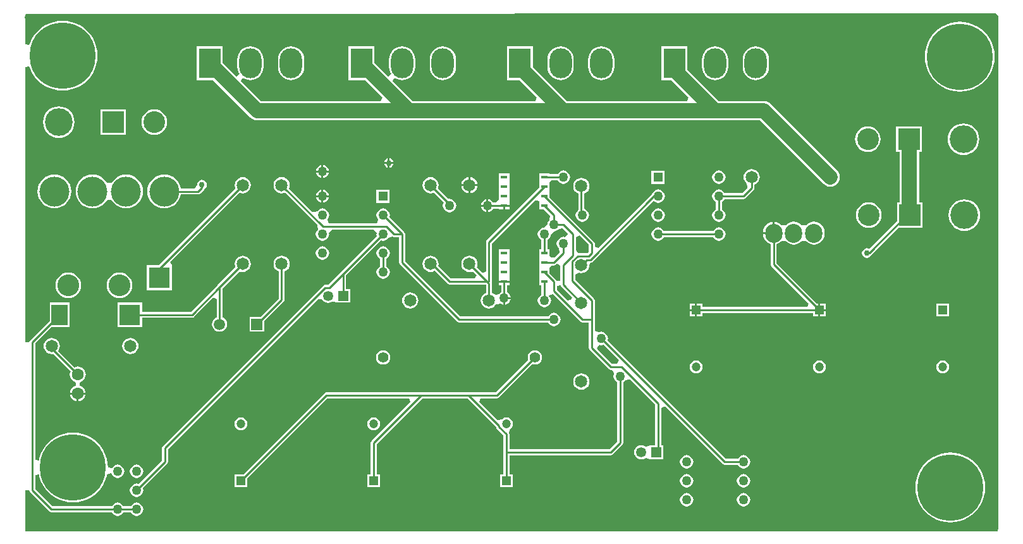
<source format=gtl>
G04 Layer_Physical_Order=1*
G04 Layer_Color=255*
%FSLAX25Y25*%
%MOIN*%
G70*
G01*
G75*
%ADD10R,0.03543X0.01772*%
%ADD11C,0.03000*%
%ADD12R,0.11024X0.11024*%
%ADD13R,0.08661X0.11000*%
%ADD14C,0.01000*%
%ADD15C,0.08000*%
%ADD16C,0.05000*%
%ADD17R,0.05000X0.05000*%
%ADD18C,0.05512*%
%ADD19C,0.06299*%
%ADD20C,0.06496*%
%ADD21C,0.04724*%
%ADD22R,0.04724X0.04724*%
%ADD23C,0.05906*%
%ADD24R,0.05906X0.05906*%
%ADD25R,0.05315X0.05315*%
%ADD26C,0.05315*%
%ADD27C,0.11500*%
%ADD28C,0.34724*%
%ADD29R,0.11811X0.15748*%
%ADD30O,0.11811X0.15748*%
%ADD31C,0.11417*%
%ADD32R,0.11417X0.11417*%
%ADD33C,0.14567*%
%ADD34C,0.15748*%
%ADD35O,0.09055X0.10000*%
G36*
X614500Y500085D02*
Y230000D01*
X613879Y228500D01*
X101500D01*
Y249929D01*
X103471Y250000D01*
X103587Y249415D01*
X103919Y248919D01*
X113919Y238919D01*
X114415Y238587D01*
X115000Y238471D01*
X146845D01*
X146943Y238235D01*
X147504Y237504D01*
X148235Y236943D01*
X149086Y236590D01*
X150000Y236470D01*
X150914Y236590D01*
X151765Y236943D01*
X152496Y237504D01*
X153057Y238235D01*
X153155Y238471D01*
X156845D01*
X156943Y238235D01*
X157504Y237504D01*
X158235Y236943D01*
X159086Y236590D01*
X160000Y236470D01*
X160914Y236590D01*
X161765Y236943D01*
X162496Y237504D01*
X163057Y238235D01*
X163410Y239086D01*
X163530Y240000D01*
X163410Y240914D01*
X163057Y241765D01*
X162496Y242496D01*
X161765Y243057D01*
X160914Y243410D01*
X160000Y243530D01*
X159086Y243410D01*
X158235Y243057D01*
X157504Y242496D01*
X156943Y241765D01*
X156845Y241529D01*
X153155D01*
X153057Y241765D01*
X152496Y242496D01*
X151765Y243057D01*
X150914Y243410D01*
X150000Y243530D01*
X149086Y243410D01*
X148235Y243057D01*
X147504Y242496D01*
X146943Y241765D01*
X146845Y241529D01*
X115633D01*
X106529Y250634D01*
Y258026D01*
X108529Y258223D01*
X108725Y257237D01*
X109499Y254958D01*
X110564Y252799D01*
X111901Y250798D01*
X113488Y248988D01*
X115298Y247401D01*
X117299Y246064D01*
X119458Y244999D01*
X121737Y244225D01*
X124098Y243756D01*
X126500Y243598D01*
X128902Y243756D01*
X131263Y244225D01*
X133542Y244999D01*
X135701Y246064D01*
X137702Y247401D01*
X139512Y248988D01*
X141099Y250798D01*
X142436Y252799D01*
X143501Y254958D01*
X144275Y257237D01*
X144497Y258355D01*
X146459Y259003D01*
X146652Y258937D01*
X146943Y258235D01*
X147504Y257504D01*
X148235Y256943D01*
X149086Y256590D01*
X150000Y256470D01*
X150914Y256590D01*
X151765Y256943D01*
X152496Y257504D01*
X153057Y258235D01*
X153410Y259086D01*
X153530Y260000D01*
X153410Y260914D01*
X153057Y261765D01*
X152496Y262496D01*
X151765Y263057D01*
X150914Y263410D01*
X150000Y263530D01*
X149086Y263410D01*
X148235Y263057D01*
X147504Y262496D01*
X146943Y261765D01*
X146881Y261615D01*
X144902Y262000D01*
X144744Y264402D01*
X144275Y266763D01*
X143501Y269042D01*
X142436Y271201D01*
X141099Y273202D01*
X139512Y275012D01*
X137702Y276599D01*
X135701Y277936D01*
X133542Y279001D01*
X131263Y279775D01*
X128902Y280244D01*
X126500Y280402D01*
X124098Y280244D01*
X121737Y279775D01*
X119458Y279001D01*
X117299Y277936D01*
X115298Y276599D01*
X113488Y275012D01*
X111901Y273202D01*
X110564Y271201D01*
X109499Y269042D01*
X108725Y266763D01*
X108529Y265777D01*
X106529Y265974D01*
Y327366D01*
X115163Y336000D01*
X124831D01*
Y349000D01*
X114169D01*
Y339332D01*
X103919Y329081D01*
X103587Y328585D01*
X103471Y328000D01*
X101500Y328071D01*
Y473098D01*
X103500Y473428D01*
X103999Y471958D01*
X105064Y469799D01*
X106401Y467798D01*
X107988Y465988D01*
X109798Y464401D01*
X111799Y463064D01*
X113958Y461999D01*
X116237Y461225D01*
X118598Y460756D01*
X121000Y460598D01*
X123402Y460756D01*
X125763Y461225D01*
X128042Y461999D01*
X130201Y463064D01*
X132202Y464401D01*
X134012Y465988D01*
X135599Y467798D01*
X136936Y469799D01*
X138001Y471958D01*
X138775Y474237D01*
X139244Y476598D01*
X139402Y479000D01*
X139244Y481402D01*
X138775Y483763D01*
X138001Y486042D01*
X136936Y488201D01*
X135599Y490202D01*
X134012Y492012D01*
X132202Y493599D01*
X130201Y494936D01*
X128042Y496001D01*
X125763Y496775D01*
X123402Y497244D01*
X121000Y497402D01*
X118598Y497244D01*
X116237Y496775D01*
X113958Y496001D01*
X111799Y494936D01*
X109798Y493599D01*
X107988Y492012D01*
X106401Y490202D01*
X105064Y488201D01*
X103999Y486042D01*
X103500Y484572D01*
X101500Y484902D01*
Y498500D01*
X100846Y499154D01*
X101610Y501003D01*
X613085Y501499D01*
X614500Y500085D01*
D02*
G37*
%LPC*%
G36*
X124000Y364783D02*
X122677Y364652D01*
X121404Y364266D01*
X120232Y363640D01*
X119204Y362796D01*
X118360Y361768D01*
X117734Y360596D01*
X117348Y359323D01*
X117217Y358000D01*
X117348Y356677D01*
X117734Y355404D01*
X118360Y354232D01*
X119204Y353204D01*
X120232Y352360D01*
X121404Y351734D01*
X122677Y351348D01*
X124000Y351217D01*
X125323Y351348D01*
X126596Y351734D01*
X127768Y352360D01*
X128796Y353204D01*
X129640Y354232D01*
X130266Y355404D01*
X130652Y356677D01*
X130783Y358000D01*
X130652Y359323D01*
X130266Y360596D01*
X129640Y361768D01*
X128796Y362796D01*
X127768Y363640D01*
X126596Y364266D01*
X125323Y364652D01*
X124000Y364783D01*
D02*
G37*
G36*
X151000D02*
X149677Y364652D01*
X148404Y364266D01*
X147232Y363640D01*
X146204Y362796D01*
X145360Y361768D01*
X144734Y360596D01*
X144348Y359323D01*
X144217Y358000D01*
X144348Y356677D01*
X144734Y355404D01*
X145360Y354232D01*
X146204Y353204D01*
X147232Y352360D01*
X148404Y351734D01*
X149677Y351348D01*
X151000Y351217D01*
X152323Y351348D01*
X153596Y351734D01*
X154768Y352360D01*
X155796Y353204D01*
X156640Y354232D01*
X157266Y355404D01*
X157652Y356677D01*
X157783Y358000D01*
X157652Y359323D01*
X157266Y360596D01*
X156640Y361768D01*
X155796Y362796D01*
X154768Y363640D01*
X153596Y364266D01*
X152323Y364652D01*
X151000Y364783D01*
D02*
G37*
G36*
X290000Y378530D02*
X289086Y378410D01*
X288235Y378057D01*
X287504Y377496D01*
X286943Y376765D01*
X286590Y375914D01*
X286470Y375000D01*
X286590Y374086D01*
X286943Y373235D01*
X287504Y372504D01*
X288235Y371943D01*
X288471Y371845D01*
Y368155D01*
X288235Y368057D01*
X287504Y367496D01*
X286943Y366765D01*
X286590Y365914D01*
X286470Y365000D01*
X286590Y364086D01*
X286943Y363235D01*
X287504Y362504D01*
X288235Y361943D01*
X289086Y361590D01*
X290000Y361470D01*
X290914Y361590D01*
X291765Y361943D01*
X292496Y362504D01*
X293057Y363235D01*
X293410Y364086D01*
X293530Y365000D01*
X293410Y365914D01*
X293057Y366765D01*
X292496Y367496D01*
X291765Y368057D01*
X291529Y368155D01*
Y371845D01*
X291765Y371943D01*
X292496Y372504D01*
X293057Y373235D01*
X293410Y374086D01*
X293530Y375000D01*
X293410Y375914D01*
X293057Y376765D01*
X292496Y377496D01*
X291765Y378057D01*
X290914Y378410D01*
X290000Y378530D01*
D02*
G37*
G36*
X356512Y376886D02*
X350969D01*
Y373886D01*
X350969Y371886D01*
X350969Y371114D01*
X350969Y366886D01*
X350969Y366114D01*
X350969Y361886D01*
X350969Y361114D01*
Y360500D01*
X353740D01*
X356512D01*
Y361114D01*
X356512Y363114D01*
X356512Y363886D01*
X356512Y368114D01*
X356512Y368886D01*
X356512Y373114D01*
X356512Y373886D01*
Y376886D01*
D02*
G37*
G36*
X357205Y350760D02*
X354240D01*
Y347796D01*
X354654Y347850D01*
X355505Y348203D01*
X356236Y348764D01*
X356797Y349495D01*
X357150Y350346D01*
X357205Y350760D01*
D02*
G37*
G36*
X588362Y348362D02*
X581638D01*
Y341638D01*
X588362D01*
Y348362D01*
D02*
G37*
G36*
X523362Y344500D02*
X520500D01*
Y341638D01*
X523362D01*
Y344500D01*
D02*
G37*
G36*
X454500Y348362D02*
X451638D01*
Y345500D01*
X454500D01*
Y348362D01*
D02*
G37*
G36*
X304232Y354285D02*
X303123Y354139D01*
X302090Y353711D01*
X301203Y353030D01*
X300522Y352142D01*
X300094Y351109D01*
X299948Y350000D01*
X300094Y348891D01*
X300522Y347858D01*
X301203Y346970D01*
X302090Y346289D01*
X303123Y345861D01*
X304232Y345715D01*
X305341Y345861D01*
X306375Y346289D01*
X307262Y346970D01*
X307943Y347858D01*
X308371Y348891D01*
X308517Y350000D01*
X308371Y351109D01*
X307943Y352142D01*
X307262Y353030D01*
X306375Y353711D01*
X305341Y354139D01*
X304232Y354285D01*
D02*
G37*
G36*
X523362Y348362D02*
X520500D01*
Y345500D01*
X523362D01*
Y348362D01*
D02*
G37*
G36*
X216000Y373517D02*
X214891Y373371D01*
X213858Y372943D01*
X212970Y372262D01*
X212289Y371375D01*
X211861Y370341D01*
X211715Y369232D01*
X211861Y368123D01*
X212115Y367510D01*
X202733Y358129D01*
X188634Y344029D01*
X163012D01*
Y349012D01*
X149988D01*
Y335988D01*
X163012D01*
Y340971D01*
X189268D01*
X189853Y341087D01*
X190349Y341419D01*
X200438Y351507D01*
X202286Y350742D01*
Y341145D01*
X201821Y340953D01*
X200996Y340319D01*
X200362Y339493D01*
X199964Y338532D01*
X199828Y337500D01*
X199964Y336468D01*
X200362Y335507D01*
X200996Y334681D01*
X201821Y334047D01*
X202783Y333649D01*
X203815Y333513D01*
X204847Y333649D01*
X205808Y334047D01*
X206634Y334681D01*
X207268Y335507D01*
X207666Y336468D01*
X207802Y337500D01*
X207666Y338532D01*
X207268Y339493D01*
X206634Y340319D01*
X205808Y340953D01*
X205344Y341145D01*
Y356414D01*
X214278Y365348D01*
X214891Y365094D01*
X216000Y364948D01*
X217109Y365094D01*
X218142Y365522D01*
X219030Y366203D01*
X219711Y367090D01*
X220139Y368123D01*
X220285Y369232D01*
X220139Y370341D01*
X219711Y371375D01*
X219030Y372262D01*
X218142Y372943D01*
X217109Y373371D01*
X216000Y373517D01*
D02*
G37*
G36*
X517130Y391548D02*
X515687Y391358D01*
X514342Y390801D01*
X513188Y389915D01*
X513014Y389688D01*
X512977Y389668D01*
X510653D01*
X510616Y389688D01*
X510442Y389915D01*
X509288Y390801D01*
X507943Y391358D01*
X506500Y391548D01*
X505057Y391358D01*
X503712Y390801D01*
X502558Y389915D01*
X502384Y389688D01*
X502347Y389668D01*
X500023D01*
X499986Y389688D01*
X499812Y389915D01*
X498658Y390801D01*
X497313Y391358D01*
X496370Y391482D01*
Y385500D01*
X495870D01*
Y385000D01*
X490298D01*
X490485Y383585D01*
X491042Y382240D01*
X491928Y381085D01*
X493082Y380199D01*
X494341Y379678D01*
Y369130D01*
X494457Y368545D01*
X494789Y368049D01*
X514460Y348377D01*
X513695Y346529D01*
X458362D01*
Y348362D01*
X455500D01*
Y345000D01*
Y341638D01*
X458362D01*
Y343471D01*
X516638D01*
Y341638D01*
X519500D01*
Y345000D01*
Y348362D01*
X518801D01*
X497400Y369763D01*
Y379678D01*
X498658Y380199D01*
X499812Y381085D01*
X499986Y381312D01*
X500023Y381332D01*
X502347D01*
X502384Y381312D01*
X502558Y381085D01*
X503712Y380199D01*
X505057Y379642D01*
X506500Y379452D01*
X507943Y379642D01*
X509288Y380199D01*
X510442Y381085D01*
X510616Y381312D01*
X510653Y381332D01*
X512977D01*
X513014Y381312D01*
X513188Y381085D01*
X514342Y380199D01*
X515687Y379642D01*
X517130Y379452D01*
X518573Y379642D01*
X519918Y380199D01*
X521072Y381085D01*
X521958Y382240D01*
X522515Y383585D01*
X522705Y385028D01*
Y385972D01*
X522515Y387415D01*
X521958Y388760D01*
X521072Y389915D01*
X519918Y390801D01*
X518573Y391358D01*
X517130Y391548D01*
D02*
G37*
G36*
X546035Y401741D02*
X544720Y401612D01*
X543456Y401228D01*
X542290Y400605D01*
X541269Y399767D01*
X540430Y398745D01*
X539807Y397580D01*
X539424Y396315D01*
X539294Y395000D01*
X539424Y393685D01*
X539807Y392420D01*
X540430Y391255D01*
X541269Y390233D01*
X542290Y389395D01*
X543456Y388772D01*
X544720Y388388D01*
X546035Y388259D01*
X547351Y388388D01*
X548615Y388772D01*
X549781Y389395D01*
X550802Y390233D01*
X551640Y391255D01*
X552263Y392420D01*
X552647Y393685D01*
X552776Y395000D01*
X552647Y396315D01*
X552263Y397580D01*
X551640Y398745D01*
X550802Y399767D01*
X549781Y400605D01*
X548615Y401228D01*
X547351Y401612D01*
X546035Y401741D01*
D02*
G37*
G36*
X394500Y414552D02*
X393391Y414406D01*
X392358Y413978D01*
X391470Y413297D01*
X390789Y412410D01*
X390361Y411377D01*
X390215Y410268D01*
X390361Y409159D01*
X390789Y408125D01*
X391470Y407238D01*
X392358Y406557D01*
X392971Y406303D01*
Y397854D01*
X392504Y397496D01*
X391943Y396765D01*
X391590Y395914D01*
X391470Y395000D01*
X391590Y394086D01*
X391943Y393235D01*
X392504Y392504D01*
X393235Y391943D01*
X394086Y391590D01*
X395000Y391470D01*
X395914Y391590D01*
X396765Y391943D01*
X397496Y392504D01*
X398057Y393235D01*
X398410Y394086D01*
X398530Y395000D01*
X398410Y395914D01*
X398057Y396765D01*
X397496Y397496D01*
X396765Y398057D01*
X396029Y398362D01*
Y406303D01*
X396642Y406557D01*
X397530Y407238D01*
X398211Y408125D01*
X398639Y409159D01*
X398785Y410268D01*
X398639Y411377D01*
X398211Y412410D01*
X397530Y413297D01*
X396642Y413978D01*
X395609Y414406D01*
X394500Y414552D01*
D02*
G37*
G36*
X315000Y415052D02*
X313891Y414906D01*
X312858Y414478D01*
X311970Y413798D01*
X311289Y412910D01*
X310861Y411877D01*
X310715Y410768D01*
X310861Y409659D01*
X311289Y408625D01*
X311970Y407738D01*
X312858Y407057D01*
X313891Y406629D01*
X315000Y406483D01*
X316109Y406629D01*
X316722Y406883D01*
X321913Y401692D01*
X321590Y400914D01*
X321470Y400000D01*
X321590Y399086D01*
X321943Y398235D01*
X322504Y397504D01*
X323235Y396943D01*
X324086Y396590D01*
X325000Y396470D01*
X325914Y396590D01*
X326765Y396943D01*
X327496Y397504D01*
X328057Y398235D01*
X328410Y399086D01*
X328530Y400000D01*
X328410Y400914D01*
X328057Y401765D01*
X327496Y402496D01*
X326765Y403057D01*
X325914Y403410D01*
X325000Y403530D01*
X324470Y403460D01*
X318885Y409046D01*
X319139Y409659D01*
X319285Y410768D01*
X319139Y411877D01*
X318711Y412910D01*
X318030Y413798D01*
X317142Y414478D01*
X316109Y414906D01*
X315000Y415052D01*
D02*
G37*
G36*
X435000Y398530D02*
X434086Y398410D01*
X433235Y398057D01*
X432504Y397496D01*
X431943Y396765D01*
X431590Y395914D01*
X431470Y395000D01*
X431590Y394086D01*
X431943Y393235D01*
X432504Y392504D01*
X433235Y391943D01*
X434086Y391590D01*
X435000Y391470D01*
X435914Y391590D01*
X436765Y391943D01*
X437496Y392504D01*
X438057Y393235D01*
X438410Y394086D01*
X438530Y395000D01*
X438410Y395914D01*
X438057Y396765D01*
X437496Y397496D01*
X436765Y398057D01*
X435914Y398410D01*
X435000Y398530D01*
D02*
G37*
G36*
X573898Y441709D02*
X560480D01*
Y428291D01*
X562457D01*
Y401709D01*
X560980D01*
Y391883D01*
X546261Y377164D01*
X545975Y377355D01*
X545000Y377549D01*
X544025Y377355D01*
X543198Y376802D01*
X542645Y375975D01*
X542451Y375000D01*
X542645Y374025D01*
X543198Y373198D01*
X544025Y372645D01*
X545000Y372451D01*
X545975Y372645D01*
X546802Y373198D01*
X547238Y373850D01*
X547341Y373919D01*
X561714Y388291D01*
X574398D01*
Y401709D01*
X572543D01*
Y428291D01*
X573898D01*
Y441709D01*
D02*
G37*
G36*
X258000Y378530D02*
X257086Y378410D01*
X256235Y378057D01*
X255504Y377496D01*
X254943Y376765D01*
X254590Y375914D01*
X254470Y375000D01*
X254590Y374086D01*
X254943Y373235D01*
X255504Y372504D01*
X256235Y371943D01*
X257086Y371590D01*
X258000Y371470D01*
X258914Y371590D01*
X259765Y371943D01*
X260496Y372504D01*
X261057Y373235D01*
X261410Y374086D01*
X261530Y375000D01*
X261410Y375914D01*
X261057Y376765D01*
X260496Y377496D01*
X259765Y378057D01*
X258914Y378410D01*
X258000Y378530D01*
D02*
G37*
G36*
X495370Y391482D02*
X494427Y391358D01*
X493082Y390801D01*
X491928Y389915D01*
X491042Y388760D01*
X490485Y387415D01*
X490298Y386000D01*
X495370D01*
Y391482D01*
D02*
G37*
G36*
X596429Y403324D02*
X594805Y403164D01*
X593244Y402690D01*
X591805Y401921D01*
X590544Y400886D01*
X589508Y399624D01*
X588739Y398185D01*
X588266Y396624D01*
X588106Y395000D01*
X588266Y393376D01*
X588739Y391815D01*
X589508Y390376D01*
X590544Y389114D01*
X591805Y388079D01*
X593244Y387310D01*
X594805Y386836D01*
X596429Y386677D01*
X598053Y386836D01*
X599614Y387310D01*
X601053Y388079D01*
X602315Y389114D01*
X603350Y390376D01*
X604119Y391815D01*
X604593Y393376D01*
X604753Y395000D01*
X604593Y396624D01*
X604119Y398185D01*
X603350Y399624D01*
X602315Y400886D01*
X601053Y401921D01*
X599614Y402690D01*
X598053Y403164D01*
X596429Y403324D01*
D02*
G37*
G36*
X467000Y388530D02*
X466086Y388410D01*
X465235Y388057D01*
X464504Y387496D01*
X463943Y386765D01*
X463845Y386529D01*
X438155D01*
X438057Y386765D01*
X437496Y387496D01*
X436765Y388057D01*
X435914Y388410D01*
X435000Y388530D01*
X434086Y388410D01*
X433235Y388057D01*
X432504Y387496D01*
X431943Y386765D01*
X431590Y385914D01*
X431470Y385000D01*
X431590Y384086D01*
X431943Y383235D01*
X432504Y382504D01*
X433235Y381943D01*
X434086Y381590D01*
X435000Y381470D01*
X435914Y381590D01*
X436765Y381943D01*
X437496Y382504D01*
X438057Y383235D01*
X438155Y383471D01*
X463845D01*
X463943Y383235D01*
X464504Y382504D01*
X465235Y381943D01*
X466086Y381590D01*
X467000Y381470D01*
X467914Y381590D01*
X468765Y381943D01*
X469496Y382504D01*
X470057Y383235D01*
X470410Y384086D01*
X470530Y385000D01*
X470410Y385914D01*
X470057Y386765D01*
X469496Y387496D01*
X468765Y388057D01*
X467914Y388410D01*
X467000Y388530D01*
D02*
G37*
G36*
X450000Y268530D02*
X449086Y268410D01*
X448235Y268057D01*
X447504Y267496D01*
X446943Y266765D01*
X446590Y265914D01*
X446470Y265000D01*
X446590Y264086D01*
X446943Y263235D01*
X447504Y262504D01*
X448235Y261943D01*
X449086Y261590D01*
X450000Y261470D01*
X450914Y261590D01*
X451765Y261943D01*
X452496Y262504D01*
X453057Y263235D01*
X453410Y264086D01*
X453530Y265000D01*
X453410Y265914D01*
X453057Y266765D01*
X452496Y267496D01*
X451765Y268057D01*
X450914Y268410D01*
X450000Y268530D01*
D02*
G37*
G36*
X160000Y263530D02*
X159086Y263410D01*
X158235Y263057D01*
X157504Y262496D01*
X156943Y261765D01*
X156590Y260914D01*
X156470Y260000D01*
X156590Y259086D01*
X156943Y258235D01*
X157504Y257504D01*
X158235Y256943D01*
X159086Y256590D01*
X160000Y256470D01*
X160914Y256590D01*
X161765Y256943D01*
X162496Y257504D01*
X163057Y258235D01*
X163410Y259086D01*
X163530Y260000D01*
X163410Y260914D01*
X163057Y261765D01*
X162496Y262496D01*
X161765Y263057D01*
X160914Y263410D01*
X160000Y263530D01*
D02*
G37*
G36*
X215000Y288391D02*
X214122Y288276D01*
X213304Y287937D01*
X212602Y287398D01*
X212063Y286696D01*
X211724Y285878D01*
X211609Y285000D01*
X211724Y284122D01*
X212063Y283304D01*
X212602Y282602D01*
X213304Y282063D01*
X214122Y281724D01*
X215000Y281609D01*
X215878Y281724D01*
X216696Y282063D01*
X217398Y282602D01*
X217937Y283304D01*
X218276Y284122D01*
X218391Y285000D01*
X218276Y285878D01*
X217937Y286696D01*
X217398Y287398D01*
X216696Y287937D01*
X215878Y288276D01*
X215000Y288391D01*
D02*
G37*
G36*
X128500Y300500D02*
X124880D01*
X124957Y299917D01*
X125375Y298907D01*
X126040Y298041D01*
X126907Y297375D01*
X127917Y296957D01*
X128500Y296880D01*
Y300500D01*
D02*
G37*
G36*
X285000Y288391D02*
X284122Y288276D01*
X283304Y287937D01*
X282602Y287398D01*
X282063Y286696D01*
X281724Y285878D01*
X281609Y285000D01*
X281724Y284122D01*
X282063Y283304D01*
X282602Y282602D01*
X283304Y282063D01*
X284122Y281724D01*
X285000Y281609D01*
X285878Y281724D01*
X286696Y282063D01*
X287398Y282602D01*
X287937Y283304D01*
X288276Y284122D01*
X288391Y285000D01*
X288276Y285878D01*
X287937Y286696D01*
X287398Y287398D01*
X286696Y287937D01*
X285878Y288276D01*
X285000Y288391D01*
D02*
G37*
G36*
X450000Y248530D02*
X449086Y248410D01*
X448235Y248057D01*
X447504Y247496D01*
X446943Y246765D01*
X446590Y245914D01*
X446470Y245000D01*
X446590Y244086D01*
X446943Y243235D01*
X447504Y242504D01*
X448235Y241943D01*
X449086Y241590D01*
X450000Y241470D01*
X450914Y241590D01*
X451765Y241943D01*
X452496Y242504D01*
X453057Y243235D01*
X453410Y244086D01*
X453530Y245000D01*
X453410Y245914D01*
X453057Y246765D01*
X452496Y247496D01*
X451765Y248057D01*
X450914Y248410D01*
X450000Y248530D01*
D02*
G37*
G36*
X589000Y269902D02*
X586598Y269744D01*
X584237Y269275D01*
X581958Y268501D01*
X579799Y267436D01*
X577798Y266099D01*
X575988Y264512D01*
X574401Y262702D01*
X573064Y260701D01*
X571999Y258542D01*
X571225Y256263D01*
X570756Y253902D01*
X570598Y251500D01*
X570756Y249098D01*
X571225Y246737D01*
X571999Y244458D01*
X573064Y242299D01*
X574401Y240298D01*
X575988Y238488D01*
X577798Y236901D01*
X579799Y235564D01*
X581958Y234499D01*
X584237Y233725D01*
X586598Y233256D01*
X589000Y233098D01*
X591402Y233256D01*
X593763Y233725D01*
X596042Y234499D01*
X598201Y235564D01*
X600202Y236901D01*
X602012Y238488D01*
X603599Y240298D01*
X604936Y242299D01*
X606001Y244458D01*
X606775Y246737D01*
X607244Y249098D01*
X607402Y251500D01*
X607244Y253902D01*
X606775Y256263D01*
X606001Y258542D01*
X604936Y260701D01*
X603599Y262702D01*
X602012Y264512D01*
X600202Y266099D01*
X598201Y267436D01*
X596042Y268501D01*
X593763Y269275D01*
X591402Y269744D01*
X589000Y269902D01*
D02*
G37*
G36*
X480000Y248530D02*
X479086Y248410D01*
X478235Y248057D01*
X477504Y247496D01*
X476943Y246765D01*
X476590Y245914D01*
X476470Y245000D01*
X476590Y244086D01*
X476943Y243235D01*
X477504Y242504D01*
X478235Y241943D01*
X479086Y241590D01*
X480000Y241470D01*
X480914Y241590D01*
X481765Y241943D01*
X482496Y242504D01*
X483057Y243235D01*
X483410Y244086D01*
X483530Y245000D01*
X483410Y245914D01*
X483057Y246765D01*
X482496Y247496D01*
X481765Y248057D01*
X480914Y248410D01*
X480000Y248530D01*
D02*
G37*
G36*
Y258530D02*
X479086Y258410D01*
X478235Y258057D01*
X477504Y257496D01*
X476943Y256765D01*
X476590Y255914D01*
X476470Y255000D01*
X476590Y254086D01*
X476943Y253235D01*
X477504Y252504D01*
X478235Y251943D01*
X479086Y251590D01*
X480000Y251470D01*
X480914Y251590D01*
X481765Y251943D01*
X482496Y252504D01*
X483057Y253235D01*
X483410Y254086D01*
X483530Y255000D01*
X483410Y255914D01*
X483057Y256765D01*
X482496Y257496D01*
X481765Y258057D01*
X480914Y258410D01*
X480000Y258530D01*
D02*
G37*
G36*
X450000D02*
X449086Y258410D01*
X448235Y258057D01*
X447504Y257496D01*
X446943Y256765D01*
X446590Y255914D01*
X446470Y255000D01*
X446590Y254086D01*
X446943Y253235D01*
X447504Y252504D01*
X448235Y251943D01*
X449086Y251590D01*
X450000Y251470D01*
X450914Y251590D01*
X451765Y251943D01*
X452496Y252504D01*
X453057Y253235D01*
X453410Y254086D01*
X453530Y255000D01*
X453410Y255914D01*
X453057Y256765D01*
X452496Y257496D01*
X451765Y258057D01*
X450914Y258410D01*
X450000Y258530D01*
D02*
G37*
G36*
X133120Y300500D02*
X129500D01*
Y296880D01*
X130083Y296957D01*
X131093Y297375D01*
X131959Y298041D01*
X132625Y298907D01*
X133043Y299917D01*
X133120Y300500D01*
D02*
G37*
G36*
X156768Y330285D02*
X155659Y330139D01*
X154625Y329711D01*
X153738Y329030D01*
X153057Y328142D01*
X152629Y327109D01*
X152483Y326000D01*
X152629Y324891D01*
X153057Y323858D01*
X153738Y322970D01*
X154625Y322289D01*
X155659Y321861D01*
X156768Y321715D01*
X157877Y321861D01*
X158910Y322289D01*
X159797Y322970D01*
X160478Y323858D01*
X160906Y324891D01*
X161052Y326000D01*
X160906Y327109D01*
X160478Y328142D01*
X159797Y329030D01*
X158910Y329711D01*
X157877Y330139D01*
X156768Y330285D01*
D02*
G37*
G36*
X290000Y323788D02*
X289019Y323659D01*
X288106Y323281D01*
X287321Y322679D01*
X286719Y321894D01*
X286341Y320981D01*
X286212Y320000D01*
X286341Y319020D01*
X286719Y318106D01*
X287321Y317321D01*
X288106Y316719D01*
X289019Y316341D01*
X290000Y316212D01*
X290981Y316341D01*
X291894Y316719D01*
X292679Y317321D01*
X293281Y318106D01*
X293659Y319020D01*
X293788Y320000D01*
X293659Y320981D01*
X293281Y321894D01*
X292679Y322679D01*
X291894Y323281D01*
X290981Y323659D01*
X290000Y323788D01*
D02*
G37*
G36*
X236500Y373517D02*
X235391Y373371D01*
X234358Y372943D01*
X233470Y372262D01*
X232789Y371375D01*
X232361Y370341D01*
X232215Y369232D01*
X232361Y368123D01*
X232789Y367090D01*
X233470Y366203D01*
X234358Y365522D01*
X234971Y365268D01*
Y351133D01*
X225290Y341453D01*
X219547D01*
Y333547D01*
X227453D01*
Y339290D01*
X237581Y349419D01*
X237913Y349915D01*
X238029Y350500D01*
Y365268D01*
X238642Y365522D01*
X239530Y366203D01*
X240211Y367090D01*
X240639Y368123D01*
X240785Y369232D01*
X240639Y370341D01*
X240211Y371375D01*
X239530Y372262D01*
X238642Y372943D01*
X237609Y373371D01*
X236500Y373517D01*
D02*
G37*
G36*
X454500Y344500D02*
X451638D01*
Y341638D01*
X454500D01*
Y344500D01*
D02*
G37*
G36*
X236500Y415052D02*
X235391Y414906D01*
X234358Y414478D01*
X233470Y413797D01*
X232789Y412910D01*
X232361Y411877D01*
X232215Y410768D01*
X232361Y409659D01*
X232789Y408625D01*
X233470Y407738D01*
X234358Y407057D01*
X235391Y406629D01*
X236500Y406483D01*
X237609Y406629D01*
X238222Y406883D01*
X255367Y389738D01*
X255504Y387496D01*
X254943Y386765D01*
X254590Y385914D01*
X254470Y385000D01*
X254590Y384086D01*
X254943Y383235D01*
X255504Y382504D01*
X256235Y381943D01*
X257086Y381590D01*
X258000Y381470D01*
X258914Y381590D01*
X259765Y381943D01*
X260496Y382504D01*
X261057Y383235D01*
X261410Y384086D01*
X261530Y385000D01*
X261468Y385471D01*
X262212Y386736D01*
X262930Y387471D01*
X285070D01*
X285788Y386736D01*
X286532Y385471D01*
X286470Y385000D01*
X286590Y384086D01*
X286688Y383851D01*
X267793Y364955D01*
X261024Y358187D01*
X259278D01*
X258693Y358070D01*
X258196Y357739D01*
X173919Y273461D01*
X173587Y272965D01*
X173471Y272380D01*
Y265634D01*
X161149Y253312D01*
X160914Y253410D01*
X160000Y253530D01*
X159086Y253410D01*
X158235Y253057D01*
X157504Y252496D01*
X156943Y251765D01*
X156590Y250914D01*
X156470Y250000D01*
X156590Y249086D01*
X156943Y248235D01*
X157504Y247504D01*
X158235Y246943D01*
X159086Y246590D01*
X160000Y246470D01*
X160914Y246590D01*
X161765Y246943D01*
X162496Y247504D01*
X163057Y248235D01*
X163410Y249086D01*
X163530Y250000D01*
X163410Y250914D01*
X163312Y251149D01*
X176081Y263919D01*
X176413Y264415D01*
X176529Y265000D01*
Y271746D01*
X255589Y350806D01*
X257266Y350692D01*
X258006Y350394D01*
X258391Y349891D01*
X259156Y349305D01*
X260045Y348937D01*
X261000Y348811D01*
X261955Y348937D01*
X262844Y349305D01*
X263216Y349591D01*
X263447Y349520D01*
X265216Y348843D01*
X265217Y348843D01*
X265217Y348843D01*
X272532D01*
Y356157D01*
X270403D01*
Y363241D01*
X288851Y381688D01*
X289086Y381590D01*
X290000Y381470D01*
X290914Y381590D01*
X291765Y381943D01*
X292496Y382504D01*
X292785Y382880D01*
X293543Y383320D01*
X295072Y383587D01*
X295657Y383471D01*
X298471D01*
Y370000D01*
X298587Y369415D01*
X298919Y368919D01*
X328919Y338919D01*
X329415Y338587D01*
X330000Y338471D01*
X376845D01*
X376943Y338235D01*
X377504Y337504D01*
X378235Y336943D01*
X379086Y336590D01*
X380000Y336470D01*
X380914Y336590D01*
X381765Y336943D01*
X382496Y337504D01*
X383057Y338235D01*
X383410Y339086D01*
X383530Y340000D01*
X383410Y340914D01*
X383057Y341765D01*
X382496Y342496D01*
X381765Y343057D01*
X380914Y343410D01*
X380000Y343530D01*
X379086Y343410D01*
X378235Y343057D01*
X377504Y342496D01*
X376943Y341765D01*
X376845Y341529D01*
X330633D01*
X301529Y370634D01*
Y385000D01*
X301413Y385585D01*
X301081Y386081D01*
X293312Y393851D01*
X293410Y394086D01*
X293530Y395000D01*
X293410Y395914D01*
X293057Y396765D01*
X292496Y397496D01*
X291765Y398057D01*
X290914Y398410D01*
X290000Y398530D01*
X289086Y398410D01*
X288235Y398057D01*
X287504Y397496D01*
X286943Y396765D01*
X286590Y395914D01*
X286470Y395000D01*
X286590Y394086D01*
X286943Y393235D01*
X287484Y392529D01*
X287468Y392405D01*
X286791Y390529D01*
X261209D01*
X260532Y392405D01*
X260516Y392529D01*
X261057Y393235D01*
X261410Y394086D01*
X261530Y395000D01*
X261410Y395914D01*
X261057Y396765D01*
X260496Y397496D01*
X259765Y398057D01*
X258914Y398410D01*
X258000Y398530D01*
X257086Y398410D01*
X256235Y398057D01*
X255504Y397496D01*
X255182Y397077D01*
X254030Y396732D01*
X252745Y396686D01*
X240385Y409046D01*
X240639Y409659D01*
X240785Y410768D01*
X240639Y411877D01*
X240211Y412910D01*
X239530Y413797D01*
X238642Y414478D01*
X237609Y414906D01*
X236500Y415052D01*
D02*
G37*
G36*
X394500Y311517D02*
X393391Y311371D01*
X392358Y310943D01*
X391470Y310262D01*
X390789Y309375D01*
X390361Y308341D01*
X390215Y307232D01*
X390361Y306123D01*
X390789Y305090D01*
X391470Y304203D01*
X392358Y303522D01*
X393391Y303094D01*
X394500Y302948D01*
X395609Y303094D01*
X396642Y303522D01*
X397530Y304203D01*
X398211Y305090D01*
X398639Y306123D01*
X398785Y307232D01*
X398639Y308341D01*
X398211Y309375D01*
X397530Y310262D01*
X396642Y310943D01*
X395609Y311371D01*
X394500Y311517D01*
D02*
G37*
G36*
X115232Y330285D02*
X114123Y330139D01*
X113090Y329711D01*
X112203Y329030D01*
X111522Y328142D01*
X111094Y327109D01*
X110948Y326000D01*
X111094Y324891D01*
X111522Y323858D01*
X112203Y322970D01*
X113090Y322289D01*
X114123Y321861D01*
X115232Y321715D01*
X116018Y321819D01*
X125190Y312647D01*
X124957Y312083D01*
X124815Y311000D01*
X124957Y309917D01*
X125375Y308907D01*
X126040Y308040D01*
X126907Y307375D01*
X127728Y307035D01*
X127917Y306513D01*
Y305487D01*
X127728Y304965D01*
X126907Y304625D01*
X126040Y303959D01*
X125375Y303093D01*
X124957Y302083D01*
X124880Y301500D01*
X133120D01*
X133043Y302083D01*
X132625Y303093D01*
X131959Y303959D01*
X131093Y304625D01*
X130272Y304965D01*
X130083Y305487D01*
Y306513D01*
X130272Y307035D01*
X131093Y307375D01*
X131959Y308040D01*
X132625Y308907D01*
X133043Y309917D01*
X133185Y311000D01*
X133043Y312083D01*
X132625Y313093D01*
X131959Y313960D01*
X131093Y314625D01*
X130083Y315043D01*
X129000Y315185D01*
X127917Y315043D01*
X127353Y314809D01*
X118666Y323497D01*
X118943Y323858D01*
X119371Y324891D01*
X119517Y326000D01*
X119371Y327109D01*
X118943Y328142D01*
X118262Y329030D01*
X117375Y329711D01*
X116341Y330139D01*
X115232Y330285D01*
D02*
G37*
G36*
X455000Y318391D02*
X454122Y318276D01*
X453304Y317937D01*
X452602Y317398D01*
X452063Y316696D01*
X451724Y315878D01*
X451609Y315000D01*
X451724Y314122D01*
X452063Y313304D01*
X452602Y312602D01*
X453304Y312063D01*
X454122Y311724D01*
X455000Y311609D01*
X455878Y311724D01*
X456696Y312063D01*
X457398Y312602D01*
X457937Y313304D01*
X458276Y314122D01*
X458391Y315000D01*
X458276Y315878D01*
X457937Y316696D01*
X457398Y317398D01*
X456696Y317937D01*
X455878Y318276D01*
X455000Y318391D01*
D02*
G37*
G36*
X585000D02*
X584122Y318276D01*
X583304Y317937D01*
X582602Y317398D01*
X582063Y316696D01*
X581724Y315878D01*
X581609Y315000D01*
X581724Y314122D01*
X582063Y313304D01*
X582602Y312602D01*
X583304Y312063D01*
X584122Y311724D01*
X585000Y311609D01*
X585878Y311724D01*
X586696Y312063D01*
X587398Y312602D01*
X587937Y313304D01*
X588276Y314122D01*
X588391Y315000D01*
X588276Y315878D01*
X587937Y316696D01*
X587398Y317398D01*
X586696Y317937D01*
X585878Y318276D01*
X585000Y318391D01*
D02*
G37*
G36*
X520000D02*
X519122Y318276D01*
X518304Y317937D01*
X517602Y317398D01*
X517063Y316696D01*
X516724Y315878D01*
X516609Y315000D01*
X516724Y314122D01*
X517063Y313304D01*
X517602Y312602D01*
X518304Y312063D01*
X519122Y311724D01*
X520000Y311609D01*
X520878Y311724D01*
X521696Y312063D01*
X522398Y312602D01*
X522937Y313304D01*
X523276Y314122D01*
X523391Y315000D01*
X523276Y315878D01*
X522937Y316696D01*
X522398Y317398D01*
X521696Y317937D01*
X520878Y318276D01*
X520000Y318391D01*
D02*
G37*
G36*
X295449Y422000D02*
X293500D01*
Y420050D01*
X293975Y420145D01*
X294802Y420698D01*
X295355Y421524D01*
X295449Y422000D01*
D02*
G37*
G36*
X292500D02*
X290550D01*
X290645Y421524D01*
X291198Y420698D01*
X292024Y420145D01*
X292500Y420050D01*
Y422000D01*
D02*
G37*
G36*
Y424950D02*
X292024Y424855D01*
X291198Y424302D01*
X290645Y423476D01*
X290550Y423000D01*
X292500D01*
Y424950D01*
D02*
G37*
G36*
X595929Y443324D02*
X594305Y443164D01*
X592744Y442690D01*
X591305Y441921D01*
X590043Y440886D01*
X589008Y439624D01*
X588239Y438185D01*
X587766Y436624D01*
X587606Y435000D01*
X587766Y433376D01*
X588239Y431815D01*
X589008Y430376D01*
X590043Y429114D01*
X591305Y428079D01*
X592744Y427310D01*
X594305Y426836D01*
X595929Y426677D01*
X597553Y426836D01*
X599114Y427310D01*
X600553Y428079D01*
X601815Y429114D01*
X602850Y430376D01*
X603619Y431815D01*
X604093Y433376D01*
X604253Y435000D01*
X604093Y436624D01*
X603619Y438185D01*
X602850Y439624D01*
X601815Y440886D01*
X600553Y441921D01*
X599114Y442690D01*
X597553Y443164D01*
X595929Y443324D01*
D02*
G37*
G36*
X293500Y424950D02*
Y423000D01*
X295449D01*
X295355Y423476D01*
X294802Y424302D01*
X293975Y424855D01*
X293500Y424950D01*
D02*
G37*
G36*
X258500Y421464D02*
Y418500D01*
X261464D01*
X261410Y418914D01*
X261057Y419765D01*
X260496Y420496D01*
X259765Y421057D01*
X258914Y421410D01*
X258500Y421464D01*
D02*
G37*
G36*
X257500Y417500D02*
X254536D01*
X254590Y417086D01*
X254943Y416235D01*
X255504Y415504D01*
X256235Y414943D01*
X257086Y414590D01*
X257500Y414536D01*
Y417500D01*
D02*
G37*
G36*
X154500Y416417D02*
X152760Y416246D01*
X151088Y415738D01*
X149546Y414914D01*
X148195Y413805D01*
X147086Y412454D01*
X146776Y411874D01*
X144508D01*
X144198Y412454D01*
X143089Y413805D01*
X141737Y414914D01*
X140196Y415738D01*
X138523Y416246D01*
X136784Y416417D01*
X135044Y416246D01*
X133371Y415738D01*
X131830Y414914D01*
X130478Y413805D01*
X129369Y412454D01*
X128545Y410912D01*
X128038Y409240D01*
X127866Y407500D01*
X128038Y405760D01*
X128545Y404088D01*
X129369Y402546D01*
X130478Y401195D01*
X131830Y400086D01*
X133371Y399262D01*
X135044Y398754D01*
X136784Y398583D01*
X138523Y398754D01*
X140196Y399262D01*
X141737Y400086D01*
X143089Y401195D01*
X144198Y402546D01*
X144508Y403126D01*
X146776D01*
X147086Y402546D01*
X148195Y401195D01*
X149546Y400086D01*
X151088Y399262D01*
X152760Y398754D01*
X154500Y398583D01*
X156240Y398754D01*
X157912Y399262D01*
X159454Y400086D01*
X160805Y401195D01*
X161914Y402546D01*
X162738Y404088D01*
X163246Y405760D01*
X163417Y407500D01*
X163246Y409240D01*
X162738Y410912D01*
X161914Y412454D01*
X160805Y413805D01*
X159454Y414914D01*
X157912Y415738D01*
X156240Y416246D01*
X154500Y416417D01*
D02*
G37*
G36*
X261464Y417500D02*
X258500D01*
Y414536D01*
X258914Y414590D01*
X259765Y414943D01*
X260496Y415504D01*
X261057Y416235D01*
X261410Y417086D01*
X261464Y417500D01*
D02*
G37*
G36*
X257500Y421464D02*
X257086Y421410D01*
X256235Y421057D01*
X255504Y420496D01*
X254943Y419765D01*
X254590Y418914D01*
X254536Y418500D01*
X257500D01*
Y421464D01*
D02*
G37*
G36*
X385000Y418530D02*
X384086Y418410D01*
X383235Y418057D01*
X382504Y417496D01*
X381943Y416765D01*
X381845Y416529D01*
X377772D01*
Y416886D01*
X372228D01*
Y413886D01*
X372228Y411886D01*
X372228Y411114D01*
Y409391D01*
X344686Y381849D01*
X344355Y381353D01*
X344238Y380768D01*
Y365270D01*
X342391Y364505D01*
X339385Y367510D01*
X339639Y368123D01*
X339785Y369232D01*
X339639Y370341D01*
X339211Y371375D01*
X338530Y372262D01*
X337642Y372943D01*
X336609Y373371D01*
X335500Y373517D01*
X334391Y373371D01*
X333358Y372943D01*
X332470Y372262D01*
X331789Y371375D01*
X331361Y370341D01*
X331215Y369232D01*
X331361Y368123D01*
X331789Y367090D01*
X332470Y366203D01*
X333358Y365522D01*
X334391Y365094D01*
X335500Y364948D01*
X336609Y365094D01*
X337222Y365348D01*
X339192Y363377D01*
X338427Y361529D01*
X325634D01*
X319110Y368053D01*
X319139Y368123D01*
X319285Y369232D01*
X319139Y370341D01*
X318711Y371375D01*
X318030Y372262D01*
X317142Y372943D01*
X316109Y373371D01*
X315000Y373517D01*
X313891Y373371D01*
X312858Y372943D01*
X311970Y372262D01*
X311289Y371375D01*
X310861Y370341D01*
X310715Y369232D01*
X310861Y368123D01*
X311289Y367090D01*
X311970Y366203D01*
X312858Y365522D01*
X313891Y365094D01*
X315000Y364948D01*
X316109Y365094D01*
X317142Y365522D01*
X317240Y365597D01*
X323919Y358919D01*
X324415Y358587D01*
X325000Y358471D01*
X344099D01*
X344238Y358331D01*
Y353964D01*
X343625Y353711D01*
X342738Y353030D01*
X342057Y352142D01*
X341629Y351109D01*
X341483Y350000D01*
X341629Y348891D01*
X342057Y347858D01*
X342738Y346970D01*
X343625Y346289D01*
X344659Y345861D01*
X345768Y345715D01*
X346877Y345861D01*
X347910Y346289D01*
X348797Y346970D01*
X349478Y347858D01*
X349894Y348071D01*
X351754Y348372D01*
X351975Y348203D01*
X352826Y347850D01*
X353240Y347796D01*
Y351260D01*
X353740D01*
Y351760D01*
X357205D01*
X357150Y352173D01*
X356797Y353025D01*
X356236Y353756D01*
X355505Y354317D01*
X355270Y354415D01*
Y358114D01*
X356512D01*
Y359500D01*
X353740D01*
X350969D01*
Y358114D01*
X352211D01*
Y354415D01*
X351975Y354317D01*
X351244Y353756D01*
X351003Y353441D01*
X349342Y353131D01*
X348587Y353191D01*
X347910Y353711D01*
X347297Y353964D01*
Y358965D01*
X347194Y359482D01*
X347297Y360000D01*
Y380134D01*
X370228Y403065D01*
X372228Y402237D01*
Y401886D01*
X372228D01*
Y398114D01*
X374723D01*
X377835Y395003D01*
X377917Y394602D01*
X377733Y392672D01*
X377504Y392496D01*
X376943Y391765D01*
X376590Y390914D01*
X376504Y390258D01*
X376399Y389929D01*
X375071Y388601D01*
X374742Y388496D01*
X374086Y388410D01*
X373235Y388057D01*
X372504Y387496D01*
X371943Y386765D01*
X371590Y385914D01*
X371470Y385000D01*
X371590Y384086D01*
X371943Y383235D01*
X372504Y382504D01*
X373235Y381943D01*
X373471Y381845D01*
Y376886D01*
X372228D01*
Y373886D01*
X372228Y371886D01*
X372228Y371114D01*
Y368114D01*
X372228D01*
Y366886D01*
X372228D01*
Y363886D01*
X372228Y363114D01*
X372228D01*
Y361886D01*
X372228D01*
Y358114D01*
X373471D01*
Y353155D01*
X373235Y353057D01*
X372504Y352496D01*
X371943Y351765D01*
X371590Y350914D01*
X371470Y350000D01*
X371590Y349086D01*
X371943Y348235D01*
X372504Y347504D01*
X373235Y346943D01*
X374086Y346590D01*
X375000Y346470D01*
X375914Y346590D01*
X376765Y346943D01*
X377496Y347504D01*
X378057Y348235D01*
X378410Y349086D01*
X378530Y350000D01*
X378410Y350914D01*
X378057Y351765D01*
X377496Y352496D01*
X377384Y352582D01*
X377417Y352699D01*
X377432Y352711D01*
X379636Y353202D01*
X393919Y338919D01*
X394415Y338587D01*
X395000Y338471D01*
X398471D01*
Y325000D01*
X398587Y324415D01*
X398919Y323919D01*
X408919Y313919D01*
X409415Y313587D01*
X410000Y313471D01*
X410731D01*
X411412Y312512D01*
X411821Y311471D01*
X411590Y310914D01*
X411470Y310000D01*
X411590Y309086D01*
X411943Y308235D01*
X412504Y307504D01*
X413235Y306943D01*
X413471Y306845D01*
Y275634D01*
X409367Y271529D01*
X356529D01*
Y279538D01*
X356413Y280123D01*
X356617Y281527D01*
X357132Y282398D01*
X357398Y282602D01*
X357937Y283304D01*
X358276Y284122D01*
X358391Y285000D01*
X358276Y285878D01*
X357937Y286696D01*
X357398Y287398D01*
X356696Y287937D01*
X355878Y288276D01*
X355000Y288391D01*
X354122Y288276D01*
X353304Y287937D01*
X352602Y287398D01*
X352598Y287393D01*
X350530Y287004D01*
X350065Y287098D01*
X340540Y296623D01*
X341305Y298471D01*
X350000D01*
X350585Y298587D01*
X351081Y298919D01*
X368655Y316492D01*
X369020Y316341D01*
X370000Y316212D01*
X370981Y316341D01*
X371894Y316719D01*
X372679Y317321D01*
X373281Y318106D01*
X373659Y319020D01*
X373788Y320000D01*
X373659Y320981D01*
X373281Y321894D01*
X372679Y322679D01*
X371894Y323281D01*
X370981Y323659D01*
X370000Y323788D01*
X369020Y323659D01*
X368106Y323281D01*
X367321Y322679D01*
X366719Y321894D01*
X366341Y320981D01*
X366212Y320000D01*
X366341Y319020D01*
X366492Y318655D01*
X349366Y301529D01*
X260000D01*
X259415Y301413D01*
X258919Y301081D01*
X216199Y258362D01*
X211638D01*
Y251638D01*
X218362D01*
Y256199D01*
X260633Y298471D01*
X303695D01*
X304460Y296623D01*
X283919Y276081D01*
X283587Y275585D01*
X283471Y275000D01*
Y258362D01*
X281638D01*
Y251638D01*
X288362D01*
Y258362D01*
X286529D01*
Y274366D01*
X310633Y298471D01*
X334366D01*
X349651Y283186D01*
X349725Y282815D01*
X350056Y282319D01*
X353471Y278905D01*
Y270000D01*
Y258362D01*
X351638D01*
Y251638D01*
X358362D01*
Y258362D01*
X356529D01*
Y268471D01*
X410000D01*
X410585Y268587D01*
X411081Y268919D01*
X416081Y273919D01*
X416413Y274415D01*
X416529Y275000D01*
Y306845D01*
X416765Y306943D01*
X417496Y307504D01*
X417785Y307880D01*
X419206Y308249D01*
X420233Y308261D01*
X433471Y295023D01*
Y273657D01*
X430388D01*
X430279Y273657D01*
X429881Y273397D01*
X428279Y272909D01*
X427908Y273195D01*
X427018Y273563D01*
X426063Y273689D01*
X425108Y273563D01*
X424219Y273195D01*
X423454Y272609D01*
X422868Y271845D01*
X422500Y270955D01*
X422374Y270000D01*
X422500Y269045D01*
X422868Y268156D01*
X423454Y267391D01*
X424219Y266805D01*
X425108Y266437D01*
X426063Y266311D01*
X427018Y266437D01*
X427908Y266805D01*
X428279Y267091D01*
X429881Y266602D01*
X430279Y266342D01*
X430388Y266342D01*
X437595D01*
Y273657D01*
X436529D01*
Y293479D01*
X438529Y294308D01*
X468919Y263919D01*
X469415Y263587D01*
X470000Y263471D01*
X476845D01*
X476943Y263235D01*
X477504Y262504D01*
X478235Y261943D01*
X479086Y261590D01*
X480000Y261470D01*
X480914Y261590D01*
X481765Y261943D01*
X482496Y262504D01*
X483057Y263235D01*
X483410Y264086D01*
X483530Y265000D01*
X483410Y265914D01*
X483057Y266765D01*
X482496Y267496D01*
X481765Y268057D01*
X480914Y268410D01*
X480000Y268530D01*
X479086Y268410D01*
X478235Y268057D01*
X477504Y267496D01*
X476943Y266765D01*
X476845Y266529D01*
X470634D01*
X408312Y328851D01*
X408410Y329086D01*
X408530Y330000D01*
X408410Y330914D01*
X408057Y331765D01*
X407496Y332496D01*
X406765Y333057D01*
X405914Y333410D01*
X405000Y333530D01*
X404086Y333410D01*
X403529Y333179D01*
X402488Y333589D01*
X401529Y334269D01*
Y340000D01*
Y350000D01*
X401413Y350585D01*
X401081Y351081D01*
X391281Y360881D01*
Y363397D01*
X391375Y363539D01*
X393281Y364639D01*
X393391Y364594D01*
X394500Y364448D01*
X395609Y364594D01*
X396642Y365022D01*
X397530Y365703D01*
X398211Y366590D01*
X398639Y367623D01*
X398785Y368732D01*
X399309Y369951D01*
X399894Y370067D01*
X400390Y370399D01*
X432496Y402504D01*
X432504Y402504D01*
X433235Y401943D01*
X434086Y401590D01*
X435000Y401470D01*
X435914Y401590D01*
X436765Y401943D01*
X437496Y402504D01*
X438057Y403235D01*
X438410Y404086D01*
X438530Y405000D01*
X438410Y405914D01*
X438057Y406765D01*
X437496Y407496D01*
X436765Y408057D01*
X435914Y408410D01*
X435000Y408530D01*
X434086Y408410D01*
X433235Y408057D01*
X432504Y407496D01*
X431943Y406765D01*
X431598Y405932D01*
X403377Y377712D01*
X401529Y378477D01*
Y380000D01*
X401413Y380585D01*
X401081Y381081D01*
X377772Y404391D01*
Y406886D01*
X377772D01*
Y408114D01*
X377772D01*
Y411114D01*
X377772Y411886D01*
X378774Y413471D01*
X381845D01*
X381943Y413235D01*
X382504Y412504D01*
X383235Y411943D01*
X384086Y411590D01*
X385000Y411470D01*
X385914Y411590D01*
X386765Y411943D01*
X387496Y412504D01*
X388057Y413235D01*
X388410Y414086D01*
X388530Y415000D01*
X388410Y415914D01*
X388057Y416765D01*
X387496Y417496D01*
X386765Y418057D01*
X385914Y418410D01*
X385000Y418530D01*
D02*
G37*
G36*
X545535Y441741D02*
X544220Y441612D01*
X542956Y441228D01*
X541790Y440605D01*
X540769Y439767D01*
X539930Y438745D01*
X539307Y437580D01*
X538924Y436315D01*
X538794Y435000D01*
X538924Y433685D01*
X539307Y432420D01*
X539930Y431255D01*
X540769Y430233D01*
X541790Y429395D01*
X542956Y428772D01*
X544220Y428388D01*
X545535Y428259D01*
X546850Y428388D01*
X548115Y428772D01*
X549281Y429395D01*
X550302Y430233D01*
X551140Y431255D01*
X551763Y432420D01*
X552147Y433685D01*
X552277Y435000D01*
X552147Y436315D01*
X551763Y437580D01*
X551140Y438745D01*
X550302Y439767D01*
X549281Y440605D01*
X548115Y441228D01*
X546850Y441612D01*
X545535Y441741D01*
D02*
G37*
G36*
X405000Y483907D02*
X403646Y483774D01*
X402345Y483379D01*
X401145Y482738D01*
X400093Y481875D01*
X399231Y480824D01*
X398589Y479624D01*
X398194Y478322D01*
X398061Y476968D01*
Y473032D01*
X398194Y471678D01*
X398589Y470376D01*
X399231Y469176D01*
X400093Y468125D01*
X401145Y467262D01*
X402345Y466621D01*
X403646Y466226D01*
X405000Y466093D01*
X406354Y466226D01*
X407655Y466621D01*
X408855Y467262D01*
X409907Y468125D01*
X410770Y469176D01*
X411411Y470376D01*
X411806Y471678D01*
X411939Y473032D01*
Y476968D01*
X411806Y478322D01*
X411411Y479624D01*
X410770Y480824D01*
X409907Y481875D01*
X408855Y482738D01*
X407655Y483379D01*
X406354Y483774D01*
X405000Y483907D01*
D02*
G37*
G36*
X383543D02*
X382190Y483774D01*
X380888Y483379D01*
X379688Y482738D01*
X378637Y481875D01*
X377774Y480824D01*
X377133Y479624D01*
X376738Y478322D01*
X376604Y476968D01*
Y473032D01*
X376738Y471678D01*
X377133Y470376D01*
X377774Y469176D01*
X378637Y468125D01*
X379688Y467262D01*
X380888Y466621D01*
X382190Y466226D01*
X383543Y466093D01*
X384897Y466226D01*
X386199Y466621D01*
X387398Y467262D01*
X388450Y468125D01*
X389313Y469176D01*
X389954Y470376D01*
X390349Y471678D01*
X390482Y473032D01*
Y476968D01*
X390349Y478322D01*
X389954Y479624D01*
X389313Y480824D01*
X388450Y481875D01*
X387398Y482738D01*
X386199Y483379D01*
X384897Y483774D01*
X383543Y483907D01*
D02*
G37*
G36*
X465000D02*
X463646Y483774D01*
X462345Y483379D01*
X461145Y482738D01*
X460093Y481875D01*
X459231Y480824D01*
X458589Y479624D01*
X458194Y478322D01*
X458061Y476968D01*
Y473032D01*
X458194Y471678D01*
X458589Y470376D01*
X459231Y469176D01*
X460093Y468125D01*
X461145Y467262D01*
X462345Y466621D01*
X463646Y466226D01*
X465000Y466093D01*
X466354Y466226D01*
X467655Y466621D01*
X468855Y467262D01*
X469907Y468125D01*
X470770Y469176D01*
X471411Y470376D01*
X471806Y471678D01*
X471939Y473032D01*
Y476968D01*
X471806Y478322D01*
X471411Y479624D01*
X470770Y480824D01*
X469907Y481875D01*
X468855Y482738D01*
X467655Y483379D01*
X466354Y483774D01*
X465000Y483907D01*
D02*
G37*
G36*
X300000D02*
X298646Y483774D01*
X297345Y483379D01*
X296145Y482738D01*
X295093Y481875D01*
X294231Y480824D01*
X293589Y479624D01*
X293194Y478322D01*
X293061Y476968D01*
Y473032D01*
X293194Y471678D01*
X293589Y470376D01*
X294231Y469176D01*
X292648Y468027D01*
X285449Y475227D01*
Y483874D01*
X271638D01*
Y466126D01*
X280285D01*
X289520Y456891D01*
X288755Y455043D01*
X225632D01*
X214996Y465680D01*
X216145Y467262D01*
X217345Y466621D01*
X218646Y466226D01*
X220000Y466093D01*
X221354Y466226D01*
X222655Y466621D01*
X223855Y467262D01*
X224907Y468125D01*
X225769Y469176D01*
X226411Y470376D01*
X226806Y471678D01*
X226939Y473032D01*
Y476968D01*
X226806Y478322D01*
X226411Y479624D01*
X225769Y480824D01*
X224907Y481875D01*
X223855Y482738D01*
X222655Y483379D01*
X221354Y483774D01*
X220000Y483907D01*
X218646Y483774D01*
X217345Y483379D01*
X216145Y482738D01*
X215093Y481875D01*
X214230Y480824D01*
X213589Y479624D01*
X213194Y478322D01*
X213061Y476968D01*
Y473032D01*
X213194Y471678D01*
X213589Y470376D01*
X214230Y469176D01*
X212648Y468027D01*
X205449Y475227D01*
Y483874D01*
X191638D01*
Y466126D01*
X200285D01*
X219977Y446434D01*
X221022Y445633D01*
X222238Y445129D01*
X223543Y444957D01*
X385000D01*
X385000Y444957D01*
X386043Y445094D01*
X387087Y444957D01*
X488679D01*
X522202Y411434D01*
X523246Y410633D01*
X524462Y410129D01*
X525768Y409957D01*
X527073Y410129D01*
X528289Y410633D01*
X529334Y411434D01*
X530135Y412478D01*
X530639Y413695D01*
X530811Y415000D01*
X530639Y416305D01*
X530135Y417522D01*
X529334Y418566D01*
X494334Y453566D01*
X493289Y454367D01*
X492073Y454871D01*
X490768Y455043D01*
X467089D01*
X450449Y471683D01*
Y483874D01*
X436638D01*
Y466126D01*
X441742D01*
X450977Y456891D01*
X450212Y455043D01*
X387089D01*
X368992Y473140D01*
Y483874D01*
X355181D01*
Y466126D01*
X361742D01*
X370977Y456891D01*
X370212Y455043D01*
X305632D01*
X294996Y465680D01*
X296145Y467262D01*
X297345Y466621D01*
X298646Y466226D01*
X300000Y466093D01*
X301354Y466226D01*
X302655Y466621D01*
X303855Y467262D01*
X304907Y468125D01*
X305769Y469176D01*
X306411Y470376D01*
X306806Y471678D01*
X306939Y473032D01*
Y476968D01*
X306806Y478322D01*
X306411Y479624D01*
X305769Y480824D01*
X304907Y481875D01*
X303855Y482738D01*
X302655Y483379D01*
X301354Y483774D01*
X300000Y483907D01*
D02*
G37*
G36*
X486457D02*
X485103Y483774D01*
X483801Y483379D01*
X482602Y482738D01*
X481550Y481875D01*
X480687Y480824D01*
X480046Y479624D01*
X479651Y478322D01*
X479518Y476968D01*
Y473032D01*
X479651Y471678D01*
X480046Y470376D01*
X480687Y469176D01*
X481550Y468125D01*
X482602Y467262D01*
X483801Y466621D01*
X485103Y466226D01*
X486457Y466093D01*
X487810Y466226D01*
X489112Y466621D01*
X490312Y467262D01*
X491363Y468125D01*
X492226Y469176D01*
X492867Y470376D01*
X493262Y471678D01*
X493396Y473032D01*
Y476968D01*
X493262Y478322D01*
X492867Y479624D01*
X492226Y480824D01*
X491363Y481875D01*
X490312Y482738D01*
X489112Y483379D01*
X487810Y483774D01*
X486457Y483907D01*
D02*
G37*
G36*
X321457D02*
X320103Y483774D01*
X318801Y483379D01*
X317602Y482738D01*
X316550Y481875D01*
X315687Y480824D01*
X315046Y479624D01*
X314651Y478322D01*
X314518Y476968D01*
Y473032D01*
X314651Y471678D01*
X315046Y470376D01*
X315687Y469176D01*
X316550Y468125D01*
X317602Y467262D01*
X318801Y466621D01*
X320103Y466226D01*
X321457Y466093D01*
X322810Y466226D01*
X324112Y466621D01*
X325312Y467262D01*
X326363Y468125D01*
X327226Y469176D01*
X327867Y470376D01*
X328262Y471678D01*
X328396Y473032D01*
Y476968D01*
X328262Y478322D01*
X327867Y479624D01*
X327226Y480824D01*
X326363Y481875D01*
X325312Y482738D01*
X324112Y483379D01*
X322810Y483774D01*
X321457Y483907D01*
D02*
G37*
G36*
X169394Y450741D02*
X168079Y450612D01*
X166814Y450228D01*
X165649Y449605D01*
X164627Y448767D01*
X163789Y447745D01*
X163166Y446580D01*
X162782Y445315D01*
X162653Y444000D01*
X162782Y442685D01*
X163166Y441420D01*
X163789Y440255D01*
X164627Y439233D01*
X165649Y438395D01*
X166814Y437772D01*
X168079Y437388D01*
X169394Y437259D01*
X170709Y437388D01*
X171974Y437772D01*
X173139Y438395D01*
X174161Y439233D01*
X174999Y440255D01*
X175622Y441420D01*
X176005Y442685D01*
X176135Y444000D01*
X176005Y445315D01*
X175622Y446580D01*
X174999Y447745D01*
X174161Y448767D01*
X173139Y449605D01*
X171974Y450228D01*
X170709Y450612D01*
X169394Y450741D01*
D02*
G37*
G36*
X119000Y452323D02*
X117376Y452164D01*
X115815Y451690D01*
X114376Y450921D01*
X113114Y449886D01*
X112079Y448624D01*
X111310Y447185D01*
X110836Y445624D01*
X110677Y444000D01*
X110836Y442376D01*
X111310Y440815D01*
X112079Y439376D01*
X113114Y438114D01*
X114376Y437079D01*
X115815Y436310D01*
X117376Y435836D01*
X119000Y435676D01*
X120624Y435836D01*
X122185Y436310D01*
X123624Y437079D01*
X124886Y438114D01*
X125921Y439376D01*
X126690Y440815D01*
X127164Y442376D01*
X127323Y444000D01*
X127164Y445624D01*
X126690Y447185D01*
X125921Y448624D01*
X124886Y449886D01*
X123624Y450921D01*
X122185Y451690D01*
X120624Y452164D01*
X119000Y452323D01*
D02*
G37*
G36*
X154449Y450709D02*
X141032D01*
Y437291D01*
X154449D01*
Y450709D01*
D02*
G37*
G36*
X241457Y483907D02*
X240103Y483774D01*
X238801Y483379D01*
X237602Y482738D01*
X236550Y481875D01*
X235687Y480824D01*
X235046Y479624D01*
X234651Y478322D01*
X234518Y476968D01*
Y473032D01*
X234651Y471678D01*
X235046Y470376D01*
X235687Y469176D01*
X236550Y468125D01*
X237602Y467262D01*
X238801Y466621D01*
X240103Y466226D01*
X241457Y466093D01*
X242810Y466226D01*
X244112Y466621D01*
X245312Y467262D01*
X246363Y468125D01*
X247226Y469176D01*
X247867Y470376D01*
X248262Y471678D01*
X248396Y473032D01*
Y476968D01*
X248262Y478322D01*
X247867Y479624D01*
X247226Y480824D01*
X246363Y481875D01*
X245312Y482738D01*
X244112Y483379D01*
X242810Y483774D01*
X241457Y483907D01*
D02*
G37*
G36*
X594000Y496902D02*
X591598Y496744D01*
X589237Y496275D01*
X586958Y495501D01*
X584799Y494436D01*
X582798Y493099D01*
X580988Y491512D01*
X579401Y489702D01*
X578064Y487701D01*
X576999Y485542D01*
X576225Y483263D01*
X575756Y480902D01*
X575598Y478500D01*
X575756Y476098D01*
X576225Y473737D01*
X576999Y471458D01*
X578064Y469299D01*
X579401Y467298D01*
X580988Y465488D01*
X582798Y463901D01*
X584799Y462564D01*
X586958Y461499D01*
X589237Y460725D01*
X591598Y460256D01*
X594000Y460098D01*
X596402Y460256D01*
X598763Y460725D01*
X601042Y461499D01*
X603201Y462564D01*
X605202Y463901D01*
X607012Y465488D01*
X608599Y467298D01*
X609936Y469299D01*
X611001Y471458D01*
X611775Y473737D01*
X612244Y476098D01*
X612402Y478500D01*
X612244Y480902D01*
X611775Y483263D01*
X611001Y485542D01*
X609936Y487701D01*
X608599Y489702D01*
X607012Y491512D01*
X605202Y493099D01*
X603201Y494436D01*
X601042Y495501D01*
X598763Y496275D01*
X596402Y496744D01*
X594000Y496902D01*
D02*
G37*
G36*
X261464Y404500D02*
X258500D01*
Y401536D01*
X258914Y401590D01*
X259765Y401943D01*
X260496Y402504D01*
X261057Y403235D01*
X261410Y404086D01*
X261464Y404500D01*
D02*
G37*
G36*
X257500D02*
X254536D01*
X254590Y404086D01*
X254943Y403235D01*
X255504Y402504D01*
X256235Y401943D01*
X257086Y401590D01*
X257500Y401536D01*
Y404500D01*
D02*
G37*
G36*
X356512Y416886D02*
X350969D01*
Y413886D01*
X350969Y411886D01*
X350969Y411114D01*
X350969Y406886D01*
X350969Y406114D01*
X350969Y403180D01*
X349814Y401592D01*
X348110Y401638D01*
X348057Y401765D01*
X347496Y402496D01*
X346765Y403057D01*
X345914Y403410D01*
X345500Y403464D01*
Y400000D01*
Y396536D01*
X345914Y396590D01*
X346765Y396943D01*
X347496Y397504D01*
X348057Y398235D01*
X348155Y398471D01*
X350969D01*
Y398114D01*
X353240D01*
Y400000D01*
X353740D01*
Y400500D01*
X356512D01*
Y401114D01*
X356512Y403114D01*
X356512Y403886D01*
X356512Y408114D01*
X356512Y408886D01*
X356512Y413114D01*
X356512Y413886D01*
Y416886D01*
D02*
G37*
G36*
X258500Y408464D02*
Y405500D01*
X261464D01*
X261410Y405914D01*
X261057Y406765D01*
X260496Y407496D01*
X259765Y408057D01*
X258914Y408410D01*
X258500Y408464D01*
D02*
G37*
G36*
X257500D02*
X257086Y408410D01*
X256235Y408057D01*
X255504Y407496D01*
X254943Y406765D01*
X254590Y405914D01*
X254536Y405500D01*
X257500D01*
Y408464D01*
D02*
G37*
G36*
X293500Y408500D02*
X286500D01*
Y401500D01*
X293500D01*
Y408500D01*
D02*
G37*
G36*
X356512Y399500D02*
X354240D01*
Y398114D01*
X356512D01*
Y399500D01*
D02*
G37*
G36*
X344500D02*
X341536D01*
X341590Y399086D01*
X341943Y398235D01*
X342504Y397504D01*
X343235Y396943D01*
X344086Y396590D01*
X344500Y396536D01*
Y399500D01*
D02*
G37*
G36*
X174579Y416417D02*
X172839Y416246D01*
X171166Y415738D01*
X169625Y414914D01*
X168273Y413805D01*
X167165Y412454D01*
X166341Y410912D01*
X165833Y409240D01*
X165662Y407500D01*
X165833Y405760D01*
X166341Y404088D01*
X167165Y402546D01*
X168273Y401195D01*
X169625Y400086D01*
X171166Y399262D01*
X172839Y398754D01*
X174579Y398583D01*
X176318Y398754D01*
X177991Y399262D01*
X179533Y400086D01*
X180884Y401195D01*
X181993Y402546D01*
X182817Y404088D01*
X183324Y405760D01*
X183345Y405971D01*
X192500D01*
X193085Y406087D01*
X193581Y406419D01*
X195581Y408419D01*
X195913Y408915D01*
X195918Y408941D01*
X196302Y409198D01*
X196855Y410024D01*
X197049Y411000D01*
X196855Y411975D01*
X196302Y412802D01*
X195475Y413355D01*
X194500Y413549D01*
X193525Y413355D01*
X192698Y412802D01*
X192145Y411975D01*
X191951Y411000D01*
X191952Y410994D01*
X190677Y409158D01*
X190459Y409029D01*
X183345D01*
X183324Y409240D01*
X182817Y410912D01*
X181993Y412454D01*
X180884Y413805D01*
X179533Y414914D01*
X177991Y415738D01*
X176318Y416246D01*
X174579Y416417D01*
D02*
G37*
G36*
X344500Y403464D02*
X344086Y403410D01*
X343235Y403057D01*
X342504Y402496D01*
X341943Y401765D01*
X341590Y400914D01*
X341536Y400500D01*
X344500D01*
Y403464D01*
D02*
G37*
G36*
X116705Y416417D02*
X114965Y416246D01*
X113292Y415738D01*
X111751Y414914D01*
X110399Y413805D01*
X109291Y412454D01*
X108466Y410912D01*
X107959Y409240D01*
X107788Y407500D01*
X107959Y405760D01*
X108466Y404088D01*
X109291Y402546D01*
X110399Y401195D01*
X111751Y400086D01*
X113292Y399262D01*
X114965Y398754D01*
X116705Y398583D01*
X118444Y398754D01*
X120117Y399262D01*
X121659Y400086D01*
X123010Y401195D01*
X124119Y402546D01*
X124943Y404088D01*
X125450Y405760D01*
X125622Y407500D01*
X125450Y409240D01*
X124943Y410912D01*
X124119Y412454D01*
X123010Y413805D01*
X121659Y414914D01*
X120117Y415738D01*
X118444Y416246D01*
X116705Y416417D01*
D02*
G37*
G36*
X335000Y414987D02*
X334391Y414906D01*
X333358Y414478D01*
X332470Y413798D01*
X331789Y412910D01*
X331361Y411877D01*
X331281Y411268D01*
X335000D01*
Y414987D01*
D02*
G37*
G36*
X339719Y410268D02*
X336000D01*
Y406549D01*
X336609Y406629D01*
X337642Y407057D01*
X338530Y407738D01*
X339211Y408625D01*
X339639Y409659D01*
X339719Y410268D01*
D02*
G37*
G36*
X336000Y414987D02*
Y411268D01*
X339719D01*
X339639Y411877D01*
X339211Y412910D01*
X338530Y413798D01*
X337642Y414478D01*
X336609Y414906D01*
X336000Y414987D01*
D02*
G37*
G36*
X438500Y418500D02*
X431500D01*
Y411500D01*
X438500D01*
Y418500D01*
D02*
G37*
G36*
X467000Y418530D02*
X466086Y418410D01*
X465235Y418057D01*
X464504Y417496D01*
X463943Y416765D01*
X463590Y415914D01*
X463470Y415000D01*
X463590Y414086D01*
X463943Y413235D01*
X464504Y412504D01*
X465235Y411943D01*
X466086Y411590D01*
X467000Y411470D01*
X467914Y411590D01*
X468765Y411943D01*
X469496Y412504D01*
X470057Y413235D01*
X470410Y414086D01*
X470530Y415000D01*
X470410Y415914D01*
X470057Y416765D01*
X469496Y417496D01*
X468765Y418057D01*
X467914Y418410D01*
X467000Y418530D01*
D02*
G37*
G36*
X335000Y410268D02*
X331281D01*
X331361Y409659D01*
X331789Y408625D01*
X332470Y407738D01*
X333358Y407057D01*
X334391Y406629D01*
X335000Y406549D01*
Y410268D01*
D02*
G37*
G36*
X484232Y419285D02*
X483123Y419139D01*
X482090Y418711D01*
X481203Y418030D01*
X480522Y417142D01*
X480094Y416109D01*
X479948Y415000D01*
X480094Y413891D01*
X480522Y412858D01*
X481203Y411970D01*
X481817Y411499D01*
X482054Y410125D01*
X482025Y409188D01*
X479366Y406529D01*
X470155D01*
X470057Y406765D01*
X469496Y407496D01*
X468765Y408057D01*
X467914Y408410D01*
X467000Y408530D01*
X466086Y408410D01*
X465235Y408057D01*
X464504Y407496D01*
X463943Y406765D01*
X463590Y405914D01*
X463470Y405000D01*
X463590Y404086D01*
X463943Y403235D01*
X464504Y402504D01*
X465235Y401943D01*
X465471Y401845D01*
Y398155D01*
X465235Y398057D01*
X464504Y397496D01*
X463943Y396765D01*
X463590Y395914D01*
X463470Y395000D01*
X463590Y394086D01*
X463943Y393235D01*
X464504Y392504D01*
X465235Y391943D01*
X466086Y391590D01*
X467000Y391470D01*
X467914Y391590D01*
X468765Y391943D01*
X469496Y392504D01*
X470057Y393235D01*
X470410Y394086D01*
X470530Y395000D01*
X470410Y395914D01*
X470057Y396765D01*
X469496Y397496D01*
X468765Y398057D01*
X468529Y398155D01*
Y401845D01*
X468765Y401943D01*
X469496Y402504D01*
X470057Y403235D01*
X470155Y403471D01*
X480000D01*
X480585Y403587D01*
X481081Y403919D01*
X485314Y408151D01*
X485645Y408647D01*
X485762Y409232D01*
Y411035D01*
X486375Y411289D01*
X487262Y411970D01*
X487943Y412858D01*
X488371Y413891D01*
X488517Y415000D01*
X488371Y416109D01*
X487943Y417142D01*
X487262Y418030D01*
X486375Y418711D01*
X485341Y419139D01*
X484232Y419285D01*
D02*
G37*
G36*
X216000Y415052D02*
X214891Y414906D01*
X213858Y414478D01*
X212970Y413797D01*
X212289Y412910D01*
X211861Y411877D01*
X211715Y410768D01*
X211861Y409659D01*
X212115Y409046D01*
X171581Y368512D01*
X165488D01*
Y355488D01*
X178512D01*
Y368512D01*
X178512D01*
X177749Y370354D01*
X214278Y406883D01*
X214891Y406629D01*
X216000Y406483D01*
X217109Y406629D01*
X218142Y407057D01*
X219030Y407738D01*
X219711Y408625D01*
X220139Y409659D01*
X220285Y410768D01*
X220139Y411877D01*
X219711Y412910D01*
X219030Y413797D01*
X218142Y414478D01*
X217109Y414906D01*
X216000Y415052D01*
D02*
G37*
%LPD*%
G36*
X398471Y379366D02*
Y375634D01*
X397847Y375010D01*
X392533D01*
X391529Y376836D01*
Y383479D01*
X393529Y384308D01*
X398471Y379366D01*
D02*
G37*
G36*
X382767Y369001D02*
X383471Y368479D01*
Y360492D01*
X381471Y360296D01*
X381413Y360585D01*
X381081Y361081D01*
X377772Y364391D01*
Y366886D01*
X378774Y368471D01*
X380000D01*
X380585Y368587D01*
X381081Y368919D01*
X381554Y369391D01*
X382767Y369001D01*
D02*
G37*
G36*
X385003Y387835D02*
X387093Y385744D01*
X387232Y385029D01*
X386963Y384623D01*
X385914Y383410D01*
X385000Y383530D01*
X384086Y383410D01*
X383235Y383057D01*
X382504Y382496D01*
X381943Y381765D01*
X381590Y380914D01*
X381470Y380000D01*
X381590Y379086D01*
X381943Y378235D01*
X382504Y377504D01*
X382733Y377328D01*
X382917Y375398D01*
X382835Y374997D01*
X380564Y372727D01*
X378457Y372819D01*
X377772Y373580D01*
Y376886D01*
X376529D01*
Y381845D01*
X376765Y381943D01*
X377496Y382504D01*
X378057Y383235D01*
X378410Y384086D01*
X378496Y384742D01*
X378601Y385071D01*
X379929Y386399D01*
X380258Y386504D01*
X380914Y386590D01*
X381765Y386943D01*
X382496Y387504D01*
X382672Y387733D01*
X384602Y387917D01*
X385003Y387835D01*
D02*
G37*
G36*
X414308Y318529D02*
X413479Y316529D01*
X410634D01*
X402907Y324256D01*
X402768Y324972D01*
X403037Y325377D01*
X404086Y326590D01*
X405000Y326470D01*
X405914Y326590D01*
X406149Y326688D01*
X414308Y318529D01*
D02*
G37*
G36*
X383587Y357682D02*
X383919Y357186D01*
X389589Y351516D01*
X389389Y350602D01*
X387201Y349961D01*
X381529Y355633D01*
Y357775D01*
X383529Y357972D01*
X383587Y357682D01*
D02*
G37*
D10*
X375000Y360000D02*
D03*
Y370000D02*
D03*
Y375000D02*
D03*
Y365000D02*
D03*
X353740Y360000D02*
D03*
Y365000D02*
D03*
Y370000D02*
D03*
Y375000D02*
D03*
X375000Y400000D02*
D03*
Y410000D02*
D03*
Y415000D02*
D03*
Y405000D02*
D03*
X353740Y400000D02*
D03*
Y405000D02*
D03*
Y410000D02*
D03*
Y415000D02*
D03*
D11*
X194500Y411000D02*
D03*
X293000Y422500D02*
D03*
X545000Y375000D02*
D03*
D12*
X156500Y342500D02*
D03*
X172000Y362000D02*
D03*
D13*
X119500Y342500D02*
D03*
D14*
X466000Y396000D02*
X467000Y397000D01*
X405000Y330000D02*
X470000Y265000D01*
X400000Y325000D02*
Y340000D01*
Y325000D02*
X410000Y315000D01*
X415657D01*
X435000Y295657D01*
Y271063D02*
Y295657D01*
X415000Y275000D02*
Y310000D01*
X567500Y434311D02*
X568189Y435000D01*
X546260Y375000D02*
X567500Y396240D01*
X467000Y397000D02*
Y405000D01*
X172000Y366768D02*
X216000Y410768D01*
X203815Y357047D02*
X216000Y369232D01*
X470000Y265000D02*
X480000D01*
X433937Y270000D02*
X435000Y271063D01*
Y385000D02*
X467000D01*
X335500Y369232D02*
X344732Y360000D01*
X345768D01*
X115000Y240000D02*
X150000D01*
X105000Y250000D02*
X115000Y240000D01*
X105000Y250000D02*
Y328000D01*
X119500Y342500D01*
X545000Y375000D02*
X546260D01*
X410000Y270000D02*
X415000Y275000D01*
X355000Y270000D02*
Y279538D01*
Y255000D02*
Y270000D01*
X410000D01*
X335000Y300000D02*
X350000D01*
X310000D02*
X335000D01*
X351138Y283862D01*
Y283400D02*
Y283862D01*
Y283400D02*
X355000Y279538D01*
X260000Y300000D02*
X310000D01*
X285000Y275000D02*
X310000Y300000D01*
X285000Y255000D02*
Y275000D01*
X215000Y255000D02*
X260000Y300000D01*
X350000D02*
X370000Y320000D01*
X174579Y407500D02*
X192500D01*
X443543Y471457D02*
Y475000D01*
X432828Y405000D02*
X435000D01*
X399309Y371480D02*
X432828Y405000D01*
X397248Y371480D02*
X399309D01*
X394500Y368732D02*
X397248Y371480D01*
X189268Y342500D02*
X203815Y357047D01*
X156500Y342500D02*
X189268D01*
X172000Y362000D02*
Y366768D01*
X203815Y337500D02*
Y357047D01*
X223500Y337500D02*
X236500Y350500D01*
Y369232D01*
Y410768D02*
X258268Y389000D01*
X291657D01*
X295657Y385000D01*
X300000D01*
X268874Y352500D02*
Y363874D01*
X115232Y324768D02*
X129000Y311000D01*
X115232Y324768D02*
Y326000D01*
X150000Y240000D02*
X160000D01*
Y250000D02*
X175000Y265000D01*
Y272380D01*
X259278Y356658D01*
X261658D01*
X268874Y363874D01*
X290000Y385000D01*
Y395000D02*
X300000Y385000D01*
Y370000D02*
Y385000D01*
Y370000D02*
X330000Y340000D01*
X380000D01*
X315768Y369232D02*
X325000Y360000D01*
X290000Y365000D02*
Y375000D01*
X385000D02*
Y380000D01*
X380000Y370000D02*
X385000Y375000D01*
X375000Y370000D02*
X380000D01*
Y390000D02*
X385000D01*
X390000Y385000D01*
Y373775D02*
Y385000D01*
X385000Y368775D02*
X390000Y373775D01*
X392533Y373480D02*
X398480D01*
X400000Y375000D01*
X389752Y370699D02*
X392533Y373480D01*
X389752Y360248D02*
Y370699D01*
X394500Y395500D02*
X395000Y395000D01*
X394500Y395500D02*
Y410268D01*
X375000Y350000D02*
Y360000D01*
Y375000D02*
Y385000D01*
X353740Y351260D02*
Y360000D01*
X380000Y390000D02*
Y395000D01*
X315000Y410768D02*
X325000Y400768D01*
X344732Y360000D02*
X345768Y358965D01*
Y360000D02*
Y380768D01*
X325000Y360000D02*
X344732D01*
X315000Y369232D02*
X315768D01*
X400000Y340000D02*
Y350000D01*
X395000Y340000D02*
X400000D01*
X380000Y355000D02*
X395000Y340000D01*
X380000Y355000D02*
Y360000D01*
X375000Y365000D02*
X380000Y360000D01*
X385000Y358268D02*
X394500Y348768D01*
X375000Y400000D02*
X380000Y395000D01*
X345768Y380768D02*
X375000Y410000D01*
X345000Y400000D02*
X353740D01*
X375000Y415000D02*
X385000D01*
X345768Y350000D02*
Y358965D01*
X335500Y409500D02*
Y410768D01*
X495870Y369130D02*
Y385500D01*
Y369130D02*
X520000Y345000D01*
X455000D02*
X520000D01*
X375000Y405000D02*
X400000Y380000D01*
Y375000D02*
Y380000D01*
X192500Y407500D02*
X194500Y409500D01*
Y411000D01*
X466000Y396000D02*
X467000Y395000D01*
Y405000D02*
X467768Y405768D01*
X467000Y405000D02*
X480000D01*
X484232Y409232D01*
Y415000D01*
X389752Y360248D02*
X400000Y350000D01*
X385000Y358268D02*
Y368775D01*
D15*
X567500Y396240D02*
Y434311D01*
X465000Y450000D02*
X490768D01*
X443543Y471457D02*
X465000Y450000D01*
X387087D02*
X465000D01*
X490768D02*
X525768Y415000D01*
X198543Y475000D02*
X223543Y450000D01*
X303543D01*
X278543Y475000D02*
X303543Y450000D01*
X385000D01*
X361043Y473957D02*
X385000Y450000D01*
D16*
X467000Y385000D02*
D03*
Y395000D02*
D03*
Y405000D02*
D03*
Y415000D02*
D03*
X435000Y385000D02*
D03*
Y395000D02*
D03*
Y405000D02*
D03*
X258000Y375000D02*
D03*
Y385000D02*
D03*
Y395000D02*
D03*
Y405000D02*
D03*
X290000Y375000D02*
D03*
Y385000D02*
D03*
Y395000D02*
D03*
X450000Y265000D02*
D03*
Y245000D02*
D03*
Y255000D02*
D03*
X480000Y265000D02*
D03*
Y245000D02*
D03*
Y255000D02*
D03*
X160000Y260000D02*
D03*
Y240000D02*
D03*
Y250000D02*
D03*
X415000Y310000D02*
D03*
X150000Y240000D02*
D03*
Y260000D02*
D03*
X380000Y340000D02*
D03*
X405000Y330000D02*
D03*
X290000Y365000D02*
D03*
X258000Y418000D02*
D03*
X385000Y380000D02*
D03*
X395000Y395000D02*
D03*
X375000Y350000D02*
D03*
Y385000D02*
D03*
X353740Y351260D02*
D03*
X325000Y400000D02*
D03*
X380000Y390000D02*
D03*
X345000Y400000D02*
D03*
X385000Y415000D02*
D03*
D17*
X435000D02*
D03*
X290000Y405000D02*
D03*
D18*
Y320000D02*
D03*
X370000D02*
D03*
D19*
X129000Y301000D02*
D03*
Y311000D02*
D03*
D20*
X156768Y326000D02*
D03*
X115232D02*
D03*
X345768Y350000D02*
D03*
X304232D02*
D03*
X236500Y410768D02*
D03*
Y369232D02*
D03*
X335500Y410768D02*
D03*
Y369232D02*
D03*
X315000Y410768D02*
D03*
Y369232D02*
D03*
X394500Y410268D02*
D03*
Y368732D02*
D03*
X484232Y415000D02*
D03*
X525768D02*
D03*
X394500Y307232D02*
D03*
Y348768D02*
D03*
X216000Y410768D02*
D03*
Y369232D02*
D03*
D21*
X355000Y285000D02*
D03*
X285000D02*
D03*
X215000D02*
D03*
X585000Y315000D02*
D03*
X520000D02*
D03*
X455000D02*
D03*
D22*
X355000Y255000D02*
D03*
X285000D02*
D03*
X215000D02*
D03*
X585000Y345000D02*
D03*
X520000D02*
D03*
X455000D02*
D03*
D23*
X203815Y337500D02*
D03*
D24*
X223500D02*
D03*
D25*
X268874Y352500D02*
D03*
X433937Y270000D02*
D03*
D26*
X261000Y352500D02*
D03*
X426063Y270000D02*
D03*
D27*
X124000Y358000D02*
D03*
X151000D02*
D03*
D28*
X121000Y479000D02*
D03*
X594000Y478500D02*
D03*
X589000Y251500D02*
D03*
X126500Y262000D02*
D03*
D29*
X278543Y475000D02*
D03*
X198543D02*
D03*
X362087D02*
D03*
X443543D02*
D03*
D30*
X300000D02*
D03*
X321457D02*
D03*
X220000D02*
D03*
X241457D02*
D03*
X383543D02*
D03*
X405000D02*
D03*
X465000D02*
D03*
X486457D02*
D03*
D31*
X169394Y444000D02*
D03*
X546035Y395000D02*
D03*
X545535Y435000D02*
D03*
D32*
X147740Y444000D02*
D03*
X567689Y395000D02*
D03*
X567189Y435000D02*
D03*
D33*
X119000Y444000D02*
D03*
X596429Y395000D02*
D03*
X595929Y435000D02*
D03*
D34*
X136784Y407500D02*
D03*
X154500D02*
D03*
X116705Y407500D02*
D03*
X174579Y407500D02*
D03*
D35*
X517130Y385500D02*
D03*
X506500D02*
D03*
X495870D02*
D03*
M02*

</source>
